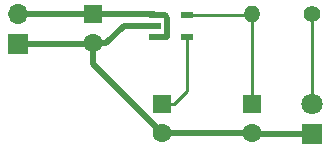
<source format=gbr>
G04 #@! TF.GenerationSoftware,KiCad,Pcbnew,5.1.5*
G04 #@! TF.CreationDate,2020-03-21T09:27:07+08:00*
G04 #@! TF.ProjectId,ece445_kicad,65636534-3435-45f6-9b69-6361642e6b69,rev?*
G04 #@! TF.SameCoordinates,Original*
G04 #@! TF.FileFunction,Copper,L1,Top*
G04 #@! TF.FilePolarity,Positive*
%FSLAX46Y46*%
G04 Gerber Fmt 4.6, Leading zero omitted, Abs format (unit mm)*
G04 Created by KiCad (PCBNEW 5.1.5) date 2020-03-21 09:27:07*
%MOMM*%
%LPD*%
G04 APERTURE LIST*
%ADD10R,1.100000X0.600000*%
%ADD11O,1.400000X1.400000*%
%ADD12C,1.400000*%
%ADD13O,1.700000X1.700000*%
%ADD14R,1.700000X1.700000*%
%ADD15C,1.800000*%
%ADD16R,1.800000X1.800000*%
%ADD17C,1.600000*%
%ADD18R,1.600000X1.600000*%
%ADD19C,0.254000*%
%ADD20C,0.508000*%
G04 APERTURE END LIST*
D10*
X55452000Y-28006000D03*
X55452000Y-29906000D03*
X52752000Y-29906000D03*
X52752000Y-28956000D03*
X52752000Y-28006000D03*
D11*
X60960000Y-27940000D03*
D12*
X66040000Y-27940000D03*
D13*
X41148000Y-27940000D03*
D14*
X41148000Y-30480000D03*
D15*
X66040000Y-35560000D03*
D16*
X66040000Y-38100000D03*
D17*
X60960000Y-38060000D03*
D18*
X60960000Y-35560000D03*
D17*
X53340000Y-38060000D03*
D18*
X53340000Y-35560000D03*
D17*
X47498000Y-30440000D03*
D18*
X47498000Y-27940000D03*
D19*
X66040000Y-27940000D02*
X66040000Y-35560000D01*
D20*
X51694000Y-28956000D02*
X52752000Y-28956000D01*
X50113370Y-28956000D02*
X51694000Y-28956000D01*
X48629370Y-30440000D02*
X50113370Y-28956000D01*
X47498000Y-30440000D02*
X48629370Y-30440000D01*
X47458000Y-30480000D02*
X47498000Y-30440000D01*
X41148000Y-30480000D02*
X47458000Y-30480000D01*
X61000000Y-38100000D02*
X60960000Y-38060000D01*
X66040000Y-38100000D02*
X61000000Y-38100000D01*
X60960000Y-38060000D02*
X53340000Y-38060000D01*
X47498000Y-32218000D02*
X53340000Y-38060000D01*
X47498000Y-30440000D02*
X47498000Y-32218000D01*
X41148000Y-27940000D02*
X47498000Y-27940000D01*
X52686000Y-27940000D02*
X52752000Y-28006000D01*
X47498000Y-27940000D02*
X52686000Y-27940000D01*
X53810001Y-28249599D02*
X53810000Y-29906000D01*
X53810000Y-29906000D02*
X52752000Y-29906000D01*
X53566402Y-28006000D02*
X53810001Y-28249599D01*
X52752000Y-28006000D02*
X53566402Y-28006000D01*
D19*
X54394000Y-35560000D02*
X53340000Y-35560000D01*
X55452000Y-34502000D02*
X54394000Y-35560000D01*
X55452000Y-29906000D02*
X55452000Y-34502000D01*
X60894000Y-28006000D02*
X60960000Y-27940000D01*
X55452000Y-28006000D02*
X60894000Y-28006000D01*
X60960000Y-27940000D02*
X60960000Y-35560000D01*
M02*

</source>
